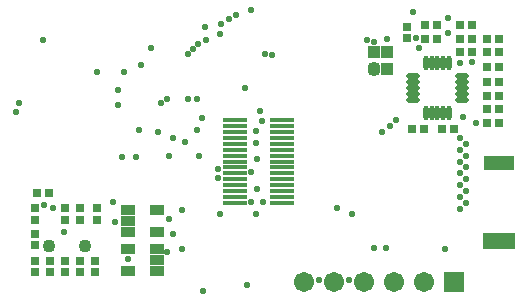
<source format=gbs>
G04 Layer_Color=16711935*
%FSLAX25Y25*%
%MOIN*%
G70*
G01*
G75*
%ADD44R,0.03162X0.02769*%
%ADD53R,0.02769X0.03162*%
%ADD56C,0.06706*%
%ADD57R,0.06706X0.06706*%
%ADD58C,0.02200*%
%ADD59C,0.04343*%
%ADD60R,0.10827X0.05315*%
%ADD61R,0.04737X0.03556*%
%ADD62R,0.04737X0.03359*%
G04:AMPARAMS|DCode=63|XSize=43.43mil|YSize=39.5mil|CornerRadius=11.87mil|HoleSize=0mil|Usage=FLASHONLY|Rotation=90.000|XOffset=0mil|YOffset=0mil|HoleType=Round|Shape=RoundedRectangle|*
%AMROUNDEDRECTD63*
21,1,0.04343,0.01575,0,0,90.0*
21,1,0.01969,0.03950,0,0,90.0*
1,1,0.02375,0.00787,0.00984*
1,1,0.02375,0.00787,-0.00984*
1,1,0.02375,-0.00787,-0.00984*
1,1,0.02375,-0.00787,0.00984*
%
%ADD63ROUNDEDRECTD63*%
%ADD64R,0.03950X0.04343*%
G04:AMPARAMS|DCode=65|XSize=47mil|YSize=20mil|CornerRadius=10mil|HoleSize=0mil|Usage=FLASHONLY|Rotation=270.000|XOffset=0mil|YOffset=0mil|HoleType=Round|Shape=RoundedRectangle|*
%AMROUNDEDRECTD65*
21,1,0.04700,0.00000,0,0,270.0*
21,1,0.02700,0.02000,0,0,270.0*
1,1,0.02000,0.00000,-0.01350*
1,1,0.02000,0.00000,0.01350*
1,1,0.02000,0.00000,0.01350*
1,1,0.02000,0.00000,-0.01350*
%
%ADD65ROUNDEDRECTD65*%
G04:AMPARAMS|DCode=66|XSize=47mil|YSize=20mil|CornerRadius=10mil|HoleSize=0mil|Usage=FLASHONLY|Rotation=0.000|XOffset=0mil|YOffset=0mil|HoleType=Round|Shape=RoundedRectangle|*
%AMROUNDEDRECTD66*
21,1,0.04700,0.00000,0,0,0.0*
21,1,0.02700,0.02000,0,0,0.0*
1,1,0.02000,0.01350,0.00000*
1,1,0.02000,-0.01350,0.00000*
1,1,0.02000,-0.01350,0.00000*
1,1,0.02000,0.01350,0.00000*
%
%ADD66ROUNDEDRECTD66*%
%ADD67R,0.07887X0.01784*%
%ADD68R,0.10446X0.04800*%
D44*
X388469Y348500D02*
D03*
X384531D02*
D03*
X390032Y318500D02*
D03*
X393969D02*
D03*
X408968Y339000D02*
D03*
X405031D02*
D03*
X405031Y334000D02*
D03*
X408968D02*
D03*
X408968Y329500D02*
D03*
X405031D02*
D03*
X255031Y297000D02*
D03*
X258968D02*
D03*
X408968Y320500D02*
D03*
X405031D02*
D03*
X408968Y325000D02*
D03*
X405031D02*
D03*
X405031Y348500D02*
D03*
X408968D02*
D03*
X405031Y344000D02*
D03*
X408968D02*
D03*
X384531Y353000D02*
D03*
X388469D02*
D03*
X380031Y318500D02*
D03*
X383968D02*
D03*
X399969Y344000D02*
D03*
X396031D02*
D03*
X399969Y348500D02*
D03*
X396031D02*
D03*
X399969Y353000D02*
D03*
X396031D02*
D03*
D53*
X254500Y288032D02*
D03*
Y291968D02*
D03*
X274500Y270532D02*
D03*
Y274468D02*
D03*
X269500Y270532D02*
D03*
Y274468D02*
D03*
X264500Y270532D02*
D03*
Y274468D02*
D03*
X259500Y270532D02*
D03*
Y274468D02*
D03*
X254500Y270532D02*
D03*
Y274468D02*
D03*
X275000Y288032D02*
D03*
Y291968D02*
D03*
X269500Y288032D02*
D03*
Y291968D02*
D03*
X264500Y288032D02*
D03*
Y291968D02*
D03*
X254500Y283469D02*
D03*
Y279532D02*
D03*
X378500Y352468D02*
D03*
Y348532D02*
D03*
D56*
X344000Y267500D02*
D03*
X354000D02*
D03*
X364000D02*
D03*
X374000D02*
D03*
X384000D02*
D03*
D57*
X394000D02*
D03*
D58*
X289591Y339591D02*
D03*
X305500Y328500D02*
D03*
X298500D02*
D03*
X296500Y327000D02*
D03*
X308500Y328500D02*
D03*
X282000Y326500D02*
D03*
Y331500D02*
D03*
X295500Y317500D02*
D03*
X284000Y337500D02*
D03*
X274949Y337449D02*
D03*
X300500Y315500D02*
D03*
X304500Y314000D02*
D03*
X289000Y318000D02*
D03*
X299000Y288500D02*
D03*
Y309500D02*
D03*
X309000D02*
D03*
X303500Y278500D02*
D03*
Y291500D02*
D03*
X328000Y290000D02*
D03*
X370173Y317327D02*
D03*
X372705Y319295D02*
D03*
X374736Y321264D02*
D03*
X396000Y291736D02*
D03*
Y295673D02*
D03*
X398000Y293705D02*
D03*
Y297642D02*
D03*
X395890Y299610D02*
D03*
X397921Y301579D02*
D03*
X395953Y303547D02*
D03*
X397984Y305516D02*
D03*
X395984Y307484D02*
D03*
X397953Y309453D02*
D03*
X395921Y311421D02*
D03*
X397890Y313390D02*
D03*
X396000Y315358D02*
D03*
X308500Y318000D02*
D03*
X310000Y322000D02*
D03*
X355000Y292000D02*
D03*
X328500Y308500D02*
D03*
Y298500D02*
D03*
X331000Y343500D02*
D03*
X333500Y343000D02*
D03*
X315500Y305000D02*
D03*
Y302000D02*
D03*
X329500Y324500D02*
D03*
X330000Y321000D02*
D03*
X328000Y317764D02*
D03*
Y313827D02*
D03*
X311000Y352213D02*
D03*
X305500Y343500D02*
D03*
X307000Y345000D02*
D03*
X308750Y346750D02*
D03*
X365000Y348000D02*
D03*
X392000Y350500D02*
D03*
X283500Y309000D02*
D03*
X316500Y353500D02*
D03*
X319000Y355000D02*
D03*
X288000Y309000D02*
D03*
X311500Y348000D02*
D03*
X249000Y327000D02*
D03*
X321500Y356500D02*
D03*
X326500Y358000D02*
D03*
X248000Y324000D02*
D03*
X316000Y350000D02*
D03*
X381500Y348532D02*
D03*
X371831Y348331D02*
D03*
X264000Y284020D02*
D03*
X310500Y264500D02*
D03*
X325000Y266500D02*
D03*
X397000Y322500D02*
D03*
X396000Y340500D02*
D03*
X399969Y340531D02*
D03*
X401500Y320500D02*
D03*
X367500Y347500D02*
D03*
X382500Y345500D02*
D03*
X392000Y355500D02*
D03*
X257000Y348000D02*
D03*
X293000Y345500D02*
D03*
X330500Y294000D02*
D03*
X326500Y304000D02*
D03*
X371421Y278579D02*
D03*
X360000Y290000D02*
D03*
X367484Y278516D02*
D03*
X359000Y268000D02*
D03*
X300500Y283500D02*
D03*
X298500Y277500D02*
D03*
X285500Y275000D02*
D03*
X281000Y287500D02*
D03*
X280500Y294000D02*
D03*
X316000Y290000D02*
D03*
X326500Y294000D02*
D03*
X349000Y268000D02*
D03*
X380500Y357500D02*
D03*
X391000Y278500D02*
D03*
X257500Y293000D02*
D03*
X260500Y292000D02*
D03*
X324500Y332000D02*
D03*
D59*
X259000Y279500D02*
D03*
X271000D02*
D03*
D60*
X409000Y281019D02*
D03*
D61*
X285500Y271000D02*
D03*
Y278480D02*
D03*
X294969Y291500D02*
D03*
Y284020D02*
D03*
D62*
X294949Y274740D02*
D03*
Y271000D02*
D03*
Y278480D02*
D03*
X285520Y287760D02*
D03*
Y291500D02*
D03*
Y284020D02*
D03*
D63*
X367500Y338500D02*
D03*
D64*
Y344012D02*
D03*
X371831D02*
D03*
Y338500D02*
D03*
D65*
X384607Y323810D02*
D03*
X386548D02*
D03*
X388490D02*
D03*
X390490D02*
D03*
X384607Y340190D02*
D03*
X386549D02*
D03*
X388490D02*
D03*
X390490D02*
D03*
X392390D02*
D03*
Y323810D02*
D03*
D66*
X380310Y328110D02*
D03*
Y330010D02*
D03*
Y332010D02*
D03*
Y333951D02*
D03*
Y335893D02*
D03*
X396690Y335893D02*
D03*
Y333951D02*
D03*
Y332010D02*
D03*
Y330010D02*
D03*
Y328110D02*
D03*
D67*
X321126Y321280D02*
D03*
Y319311D02*
D03*
Y317342D02*
D03*
Y315374D02*
D03*
Y313405D02*
D03*
X336874D02*
D03*
Y315374D02*
D03*
Y317342D02*
D03*
Y319311D02*
D03*
Y321280D02*
D03*
Y311437D02*
D03*
Y309469D02*
D03*
Y307500D02*
D03*
Y305532D02*
D03*
Y303563D02*
D03*
Y301594D02*
D03*
Y299626D02*
D03*
Y297657D02*
D03*
Y295689D02*
D03*
Y293721D02*
D03*
X321126D02*
D03*
Y295689D02*
D03*
Y297657D02*
D03*
Y299626D02*
D03*
Y301594D02*
D03*
Y303563D02*
D03*
Y305532D02*
D03*
Y307500D02*
D03*
Y309469D02*
D03*
Y311437D02*
D03*
D68*
X409000Y307000D02*
D03*
M02*

</source>
